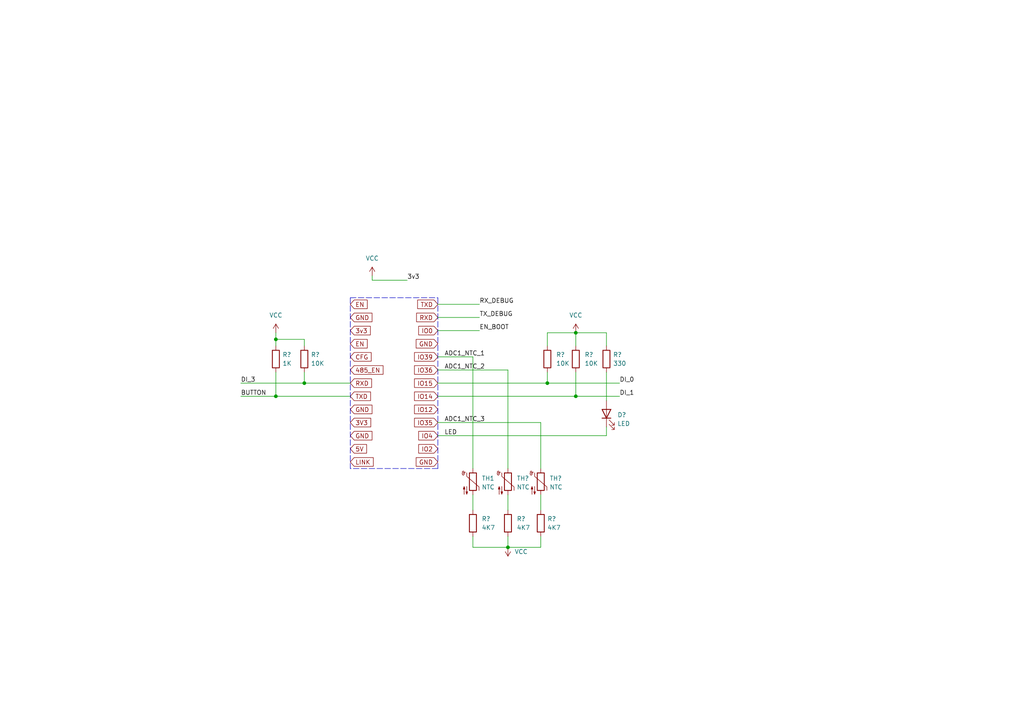
<source format=kicad_sch>
(kicad_sch (version 20211123) (generator eeschema)
  (paper "A4")
  (lib_symbols
    (symbol "Device:LED" (pin_numbers hide) (pin_names (offset 1.016) hide)
      (property "Reference" "D" (at 0 2.54 0))
      (property "Value" "LED" (at 0 -2.54 0))
      (symbol "LED_0_1"
        (polyline (pts (xy -1.27 -1.27) (xy -1.27 1.27)) (stroke (width 0.254)))
        (polyline (pts (xy -1.27 0) (xy 1.27 0)))
        (polyline (pts (xy 1.27 -1.27) (xy 1.27 1.27) (xy -1.27 0) (xy 1.27 -1.27)) (stroke (width 0.254)))
        (polyline (pts (xy -3.048 -0.762) (xy -4.572 -2.286) (xy -3.81 -2.286) (xy -4.572 -2.286) (xy -4.572 -1.524)))
        (polyline (pts (xy -1.778 -0.762) (xy -3.302 -2.286) (xy -2.54 -2.286) (xy -3.302 -2.286) (xy -3.302 -1.524)))
      )
      (symbol "LED_1_1"
        (pin passive line (at -3.81 0 0) (length 2.54) (name "K") (number "1"))
        (pin passive line (at 3.81 0 180) (length 2.54) (name "A") (number "2"))
      )
    )
    (symbol "Device:R" (pin_numbers hide) (pin_names (offset 0))
      (property "Reference" "R" (at 2.032 0 90))
      (property "Value" "R" (at 0 0 90))
      (symbol "R_0_1"
        (rectangle (start -1.016 -2.54) (end 1.016 2.54) (stroke (width 0.254)))
      )
      (symbol "R_1_1"
        (pin passive line (at 0 3.81 270) (length 1.27) (name "~") (number "1"))
        (pin passive line (at 0 -3.81 90) (length 1.27) (name "~") (number "2"))
      )
    )
    (symbol "Device:Thermistor_NTC" (pin_numbers hide) (pin_names (offset 0))
      (property "Reference" "TH" (at -4.445 0 90))
      (property "Value" "Thermistor_NTC" (at 3.175 0 90))
      (symbol "Thermistor_NTC_0_1"
        (arc (start -3.048 2.159) (mid -3.0495 2.3143) (end -3.175 2.413))
        (arc (start -3.048 2.159) (mid -2.9736 1.9794) (end -2.794 1.905))
        (arc (start -3.048 2.794) (mid -2.9736 2.6144) (end -2.794 2.54))
        (arc (start -2.794 1.905) (mid -2.6144 1.9794) (end -2.54 2.159))
        (arc (start -2.794 2.54) (mid -2.4393 2.5587) (end -2.159 2.794))
        (arc (start -2.794 3.048) (mid -2.9736 2.9736) (end -3.048 2.794))
        (arc (start -2.54 2.794) (mid -2.6144 2.9736) (end -2.794 3.048))
        (rectangle (start -1.016 2.54) (end 1.016 -2.54) (stroke (width 0.254)))
        (polyline (pts (xy -2.54 2.159) (xy -2.54 2.794)))
        (polyline (pts (xy -1.778 2.54) (xy -1.778 1.524) (xy 1.778 -1.524) (xy 1.778 -2.54)))
        (polyline (pts (xy -2.54 -3.683) (xy -2.54 -1.397) (xy -2.794 -2.159) (xy -2.286 -2.159) (xy -2.54 -1.397) (xy -2.54 -1.651)) (fill (type outline)))
        (polyline (pts (xy -1.778 -1.397) (xy -1.778 -3.683) (xy -2.032 -2.921) (xy -1.524 -2.921) (xy -1.778 -3.683) (xy -1.778 -3.429)) (fill (type outline)))
      )
      (symbol "Thermistor_NTC_1_1"
        (pin passive line (at 0 3.81 270) (length 1.27) (name "~") (number "1"))
        (pin passive line (at 0 -3.81 90) (length 1.27) (name "~") (number "2"))
      )
    )
    (symbol "power:VCC" (power) (pin_names (offset 0))
      (property "Value" "VCC" (at 0 3.81 0))
      (symbol "VCC_0_1"
        (polyline (pts (xy -0.762 1.27) (xy 0 2.54)))
        (polyline (pts (xy 0 0) (xy 0 2.54)))
        (polyline (pts (xy 0 2.54) (xy 0.762 1.27)))
      )
      (symbol "VCC_1_1"
        (pin power_in line (at 0 0 90) (length 0) hide (name "VCC") (number "1"))
      )
    )
  )
  (junction (at 167.005 114.935))
  (junction (at 147.32 158.75))
  (junction (at 80.01 98.425))
  (junction (at 88.265 111.125))
  (junction (at 167.005 96.52))
  (junction (at 158.75 111.125))
  (junction (at 80.01 114.935))
  (wire (pts (xy 147.32 143.51) (xy 147.32 147.955)))
  (wire (pts (xy 147.32 155.575) (xy 147.32 158.75)))
  (wire (pts (xy 158.75 100.33) (xy 158.75 96.52)))
  (wire (pts (xy 175.895 96.52) (xy 175.895 100.33)))
  (wire (pts (xy 88.265 111.125) (xy 88.265 107.95)))
  (wire (pts (xy 127 88.265) (xy 139.065 88.265)))
  (wire (pts (xy 156.845 143.51) (xy 156.845 147.955)))
  (wire (pts (xy 137.16 155.575) (xy 137.16 158.75)))
  (wire (pts (xy 127 122.555) (xy 156.845 122.555)))
  (wire (pts (xy 107.95 80.01) (xy 107.95 81.28)))
  (wire (pts (xy 137.16 158.75) (xy 147.32 158.75)))
  (polyline (pts (xy 127 135.89) (xy 101.6 135.89)))
  (wire (pts (xy 158.75 96.52) (xy 167.005 96.52)))
  (wire (pts (xy 127 95.885) (xy 139.065 95.885)))
  (wire (pts (xy 147.32 158.75) (xy 156.845 158.75)))
  (wire (pts (xy 137.16 103.505) (xy 137.16 135.89)))
  (wire (pts (xy 147.32 135.89) (xy 147.32 107.315)))
  (wire (pts (xy 88.265 100.33) (xy 88.265 98.425)))
  (wire (pts (xy 156.845 155.575) (xy 156.845 158.75)))
  (wire (pts (xy 137.16 143.51) (xy 137.16 147.955)))
  (wire (pts (xy 88.265 98.425) (xy 80.01 98.425)))
  (wire (pts (xy 80.01 114.935) (xy 101.6 114.935)))
  (wire (pts (xy 88.265 111.125) (xy 101.6 111.125)))
  (wire (pts (xy 156.845 135.89) (xy 156.845 122.555)))
  (wire (pts (xy 175.895 107.95) (xy 175.895 116.205)))
  (polyline (pts (xy 101.6 86.36) (xy 101.6 135.89)))
  (wire (pts (xy 107.95 81.28) (xy 118.11 81.28)))
  (wire (pts (xy 80.01 107.95) (xy 80.01 114.935)))
  (wire (pts (xy 158.75 107.95) (xy 158.75 111.125)))
  (wire (pts (xy 80.01 96.52) (xy 80.01 98.425)))
  (wire (pts (xy 69.85 114.935) (xy 80.01 114.935)))
  (wire (pts (xy 127 111.125) (xy 158.75 111.125)))
  (wire (pts (xy 158.75 111.125) (xy 179.705 111.125)))
  (wire (pts (xy 127 126.365) (xy 175.895 126.365)))
  (wire (pts (xy 127 114.935) (xy 167.005 114.935)))
  (wire (pts (xy 127 103.505) (xy 137.16 103.505)))
  (wire (pts (xy 167.005 114.935) (xy 167.005 107.95)))
  (wire (pts (xy 167.005 114.935) (xy 179.705 114.935)))
  (wire (pts (xy 127 92.075) (xy 139.065 92.075)))
  (polyline (pts (xy 101.6 86.36) (xy 127 86.36)))
  (wire (pts (xy 167.005 96.52) (xy 167.005 100.33)))
  (wire (pts (xy 167.005 96.52) (xy 175.895 96.52)))
  (wire (pts (xy 127 107.315) (xy 147.32 107.315)))
  (wire (pts (xy 175.895 123.825) (xy 175.895 126.365)))
  (wire (pts (xy 80.01 98.425) (xy 80.01 100.33)))
  (polyline (pts (xy 127 86.36) (xy 127 135.89)))
  (wire (pts (xy 69.85 111.125) (xy 88.265 111.125)))
  (label "ADC1_NTC_1" (at 128.905 103.505 0))
  (label "DI_0" (at 179.705 111.125 0))
  (label "LED" (at 128.905 126.365 0))
  (label "ADC1_NTC_3" (at 128.905 122.555 0))
  (label "TX_DEBUG" (at 139.065 92.075 0))
  (label "3v3" (at 118.11 81.28 0))
  (label "DI_3" (at 69.85 111.125 0))
  (label "BUTTON" (at 69.85 114.935 0))
  (label "EN_BOOT" (at 139.065 95.885 0))
  (label "RX_DEBUG" (at 139.065 88.265 0))
  (label "DI_1" (at 179.705 114.935 0))
  (label "ADC1_NTC_2" (at 128.905 107.315 0))
  (global_label "IO12" (shape input) (at 127 118.745 180) (property "Intersheet References" "${INTERSHEET_REFS}" (effects hide)))
  (global_label "IO0" (shape input) (at 127 95.885 180) (property "Intersheet References" "${INTERSHEET_REFS}" (effects hide)))
  (global_label "RXD" (shape input) (at 127 92.075 180) (property "Intersheet References" "${INTERSHEET_REFS}" (effects hide)))
  (global_label "485_EN" (shape input) (at 101.6 107.315 0) (property "Intersheet References" "${INTERSHEET_REFS}" (effects hide)))
  (global_label "IO35" (shape input) (at 127 122.555 180) (property "Intersheet References" "${INTERSHEET_REFS}" (effects hide)))
  (global_label "EN" (shape input) (at 101.6 88.265 0) (property "Intersheet References" "${INTERSHEET_REFS}" (effects hide)))
  (global_label "IO39" (shape input) (at 127 103.505 180) (property "Intersheet References" "${INTERSHEET_REFS}" (effects hide)))
  (global_label "GND" (shape input) (at 101.6 92.075 0) (property "Intersheet References" "${INTERSHEET_REFS}" (effects hide)))
  (global_label "RXD" (shape input) (at 101.6 111.125 0) (property "Intersheet References" "${INTERSHEET_REFS}" (effects hide)))
  (global_label "IO14" (shape input) (at 127 114.935 180) (property "Intersheet References" "${INTERSHEET_REFS}" (effects hide)))
  (global_label "EN" (shape input) (at 101.6 99.695 0) (property "Intersheet References" "${INTERSHEET_REFS}" (effects hide)))
  (global_label "IO36" (shape input) (at 127 107.315 180) (property "Intersheet References" "${INTERSHEET_REFS}" (effects hide)))
  (global_label "LINK" (shape input) (at 101.6 133.985 0) (property "Intersheet References" "${INTERSHEET_REFS}" (effects hide)))
  (global_label "GND" (shape input) (at 127 99.695 180) (property "Intersheet References" "${INTERSHEET_REFS}" (effects hide)))
  (global_label "CFG" (shape input) (at 101.6 103.505 0) (property "Intersheet References" "${INTERSHEET_REFS}" (effects hide)))
  (global_label "IO15" (shape input) (at 127 111.125 180) (property "Intersheet References" "${INTERSHEET_REFS}" (effects hide)))
  (global_label "3V3" (shape input) (at 101.6 122.555 0) (property "Intersheet References" "${INTERSHEET_REFS}" (effects hide)))
  (global_label "5V" (shape input) (at 101.6 130.175 0) (property "Intersheet References" "${INTERSHEET_REFS}" (effects hide)))
  (global_label "TXD" (shape input) (at 101.6 114.935 0) (property "Intersheet References" "${INTERSHEET_REFS}" (effects hide)))
  (global_label "GND" (shape input) (at 101.6 126.365 0) (property "Intersheet References" "${INTERSHEET_REFS}" (effects hide)))
  (global_label "GND" (shape input) (at 127 133.985 180) (property "Intersheet References" "${INTERSHEET_REFS}" (effects hide)))
  (global_label "3v3" (shape input) (at 101.6 95.885 0) (property "Intersheet References" "${INTERSHEET_REFS}" (effects hide)))
  (global_label "TXD" (shape input) (at 127 88.265 180) (property "Intersheet References" "${INTERSHEET_REFS}" (effects hide)))
  (global_label "IO4" (shape input) (at 127 126.365 180) (property "Intersheet References" "${INTERSHEET_REFS}" (effects hide)))
  (global_label "GND" (shape input) (at 101.6 118.745 0) (property "Intersheet References" "${INTERSHEET_REFS}" (effects hide)))
  (global_label "IO2" (shape input) (at 127 130.175 180) (property "Intersheet References" "${INTERSHEET_REFS}" (effects hide)))
  (symbol (lib_id "Device:R") (at 167.005 104.14 0) (unit 1)
    (property "Reference" "R?" (at 169.545 102.8699 0) (effects (justify left)))
    (property "Value" "10K" (at 169.545 105.4099 0) (effects (justify left)))
  )
  (symbol (lib_id "power:VCC") (at 167.005 96.52 0) (unit 1)
    (property "Reference" "#PWR?" (effects hide))
    (property "Value" "VCC" (at 167.005 91.44 0))
  )
  (symbol (lib_id "Device:R") (at 147.32 151.765 0) (unit 1)
    (property "Reference" "R?" (at 149.86 150.4949 0) (effects (justify left)))
    (property "Value" "4K7" (at 149.86 153.0349 0) (effects (justify left)))
  )
  (symbol (lib_id "Device:Thermistor_NTC") (at 156.845 139.7 0) (unit 1)
    (property "Reference" "TH?" (at 159.385 138.7474 0) (effects (justify left)))
    (property "Value" "NTC" (at 159.385 141.2874 0) (effects (justify left)))
  )
  (symbol (lib_id "power:VCC") (at 80.01 96.52 0) (unit 1)
    (property "Reference" "#PWR?" (effects hide))
    (property "Value" "VCC" (at 80.01 91.44 0))
  )
  (symbol (lib_id "Device:R") (at 156.845 151.765 0) (unit 1)
    (property "Reference" "R?" (at 158.75 150.4949 0) (effects (justify left)))
    (property "Value" "4K7" (at 158.75 153.0349 0) (effects (justify left)))
  )
  (symbol (lib_id "Device:LED") (at 175.895 120.015 90) (unit 1)
    (property "Reference" "D?" (at 179.07 120.3324 90) (effects (justify right)))
    (property "Value" "LED" (at 179.07 122.8724 90) (effects (justify right)))
  )
  (symbol (lib_id "Device:R") (at 137.16 151.765 0) (unit 1)
    (property "Reference" "R?" (at 139.7 150.4949 0) (effects (justify left)))
    (property "Value" "4K7" (at 139.7 153.0349 0) (effects (justify left)))
  )
  (symbol (lib_id "Device:R") (at 175.895 104.14 0) (unit 1)
    (property "Reference" "R?" (at 177.8 102.8699 0) (effects (justify left)))
    (property "Value" "330" (at 177.8 105.4099 0) (effects (justify left)))
  )
  (symbol (lib_id "Device:Thermistor_NTC") (at 147.32 139.7 0) (unit 1)
    (property "Reference" "TH?" (at 149.86 138.7474 0) (effects (justify left)))
    (property "Value" "NTC" (at 149.86 141.2874 0) (effects (justify left)))
  )
  (symbol (lib_id "Device:R") (at 88.265 104.14 0) (unit 1)
    (property "Reference" "R?" (at 90.17 102.8699 0) (effects (justify left)))
    (property "Value" "10K" (at 90.17 105.4099 0) (effects (justify left)))
  )
  (symbol (lib_id "power:VCC") (at 107.95 80.01 0) (unit 1)
    (property "Reference" "#PWR?" (effects hide))
    (property "Value" "VCC" (at 107.95 74.93 0))
  )
  (symbol (lib_id "power:VCC") (at 147.32 158.75 180) (unit 1)
    (property "Reference" "#PWR?" (effects hide))
    (property "Value" "VCC" (at 149.225 160.0199 0) (effects (justify right)))
  )
  (symbol (lib_id "Device:Thermistor_NTC") (at 137.16 139.7 0) (unit 1)
    (property "Reference" "TH1" (at 139.7 138.7474 0) (effects (justify left)))
    (property "Value" "NTC" (at 139.7 141.2874 0) (effects (justify left)))
  )
  (symbol (lib_id "Device:R") (at 158.75 104.14 0) (unit 1)
    (property "Reference" "R?" (at 161.29 102.8699 0) (effects (justify left)))
    (property "Value" "10K" (at 161.29 105.4099 0) (effects (justify left)))
  )
  (symbol (lib_id "Device:R") (at 80.01 104.14 0) (unit 1)
    (property "Reference" "R?" (at 81.915 102.8699 0) (effects (justify left)))
    (property "Value" "1K" (at 81.915 105.4099 0) (effects (justify left)))
  )
)
</source>
